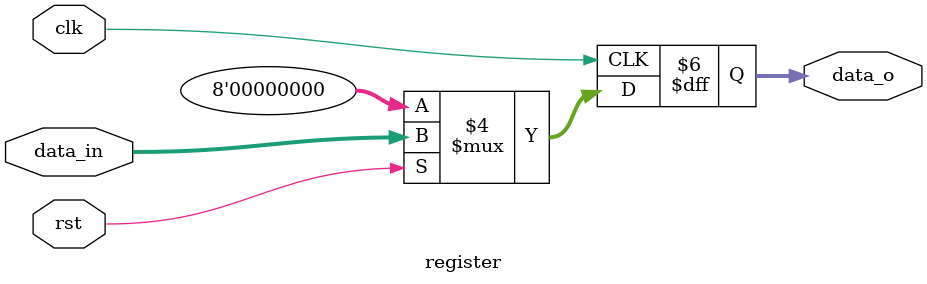
<source format=sv>
module register(
input logic clk,rst,
input logic [7:0] data_in,
output logic [7:0] data_o

);

always @(posedge clk)
	begin
		if(!rst)
			begin
				data_o <= 8'h00;
			end
		else 
			begin
				data_o <= data_in;
			end
	end
	endmodule
</source>
